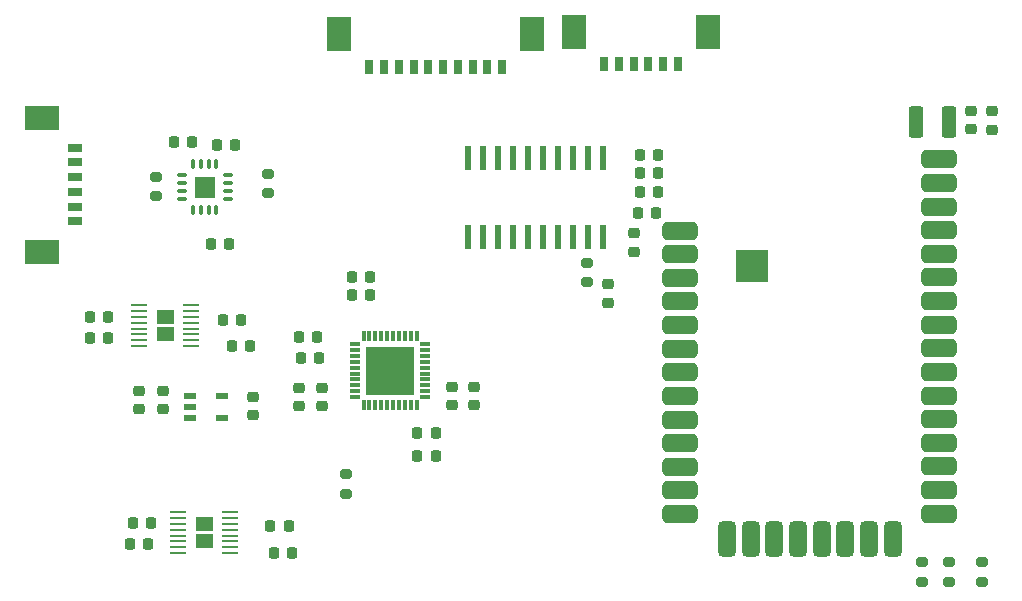
<source format=gtp>
%TF.GenerationSoftware,KiCad,Pcbnew,7.0.7*%
%TF.CreationDate,2024-08-03T11:40:47-04:00*%
%TF.ProjectId,mainbox1.0,6d61696e-626f-4783-912e-302e6b696361,rev?*%
%TF.SameCoordinates,Original*%
%TF.FileFunction,Paste,Top*%
%TF.FilePolarity,Positive*%
%FSLAX46Y46*%
G04 Gerber Fmt 4.6, Leading zero omitted, Abs format (unit mm)*
G04 Created by KiCad (PCBNEW 7.0.7) date 2024-08-03 11:40:47*
%MOMM*%
%LPD*%
G01*
G04 APERTURE LIST*
G04 Aperture macros list*
%AMRoundRect*
0 Rectangle with rounded corners*
0 $1 Rounding radius*
0 $2 $3 $4 $5 $6 $7 $8 $9 X,Y pos of 4 corners*
0 Add a 4 corners polygon primitive as box body*
4,1,4,$2,$3,$4,$5,$6,$7,$8,$9,$2,$3,0*
0 Add four circle primitives for the rounded corners*
1,1,$1+$1,$2,$3*
1,1,$1+$1,$4,$5*
1,1,$1+$1,$6,$7*
1,1,$1+$1,$8,$9*
0 Add four rect primitives between the rounded corners*
20,1,$1+$1,$2,$3,$4,$5,0*
20,1,$1+$1,$4,$5,$6,$7,0*
20,1,$1+$1,$6,$7,$8,$9,0*
20,1,$1+$1,$8,$9,$2,$3,0*%
G04 Aperture macros list end*
%ADD10C,0.010000*%
%ADD11RoundRect,0.100000X-1.295000X-1.295000X1.295000X-1.295000X1.295000X1.295000X-1.295000X1.295000X0*%
%ADD12RoundRect,0.380000X-1.120000X-0.380000X1.120000X-0.380000X1.120000X0.380000X-1.120000X0.380000X0*%
%ADD13RoundRect,0.380000X0.380000X-1.120000X0.380000X1.120000X-0.380000X1.120000X-0.380000X-1.120000X0*%
%ADD14RoundRect,0.225000X-0.225000X-0.250000X0.225000X-0.250000X0.225000X0.250000X-0.225000X0.250000X0*%
%ADD15RoundRect,0.040000X0.380000X0.120000X-0.380000X0.120000X-0.380000X-0.120000X0.380000X-0.120000X0*%
%ADD16RoundRect,0.040000X0.120000X0.380000X-0.120000X0.380000X-0.120000X-0.380000X0.120000X-0.380000X0*%
%ADD17RoundRect,0.200000X0.275000X-0.200000X0.275000X0.200000X-0.275000X0.200000X-0.275000X-0.200000X0*%
%ADD18RoundRect,0.250000X-0.375000X-1.075000X0.375000X-1.075000X0.375000X1.075000X-0.375000X1.075000X0*%
%ADD19R,1.003300X0.508000*%
%ADD20RoundRect,0.225000X0.225000X0.250000X-0.225000X0.250000X-0.225000X-0.250000X0.225000X-0.250000X0*%
%ADD21RoundRect,0.225000X0.250000X-0.225000X0.250000X0.225000X-0.250000X0.225000X-0.250000X-0.225000X0*%
%ADD22R,1.397000X0.279400*%
%ADD23RoundRect,0.218750X-0.256250X0.218750X-0.256250X-0.218750X0.256250X-0.218750X0.256250X0.218750X0*%
%ADD24RoundRect,0.225000X-0.250000X0.225000X-0.250000X-0.225000X0.250000X-0.225000X0.250000X0.225000X0*%
%ADD25R,0.850000X0.300000*%
%ADD26R,0.300000X0.850000*%
%ADD27R,4.050000X4.050000*%
%ADD28R,0.558800X2.159000*%
%ADD29RoundRect,0.200000X-0.275000X0.200000X-0.275000X-0.200000X0.275000X-0.200000X0.275000X0.200000X0*%
%ADD30R,2.100000X3.000000*%
%ADD31R,0.800000X1.300000*%
%ADD32R,3.000000X2.100000*%
%ADD33R,1.300000X0.800000*%
G04 APERTURE END LIST*
%TO.C,U5*%
D10*
X103182000Y-65336000D02*
X101542000Y-65336000D01*
X101542000Y-63696000D01*
X103182000Y-63696000D01*
X103182000Y-65336000D01*
G36*
X103182000Y-65336000D02*
G01*
X101542000Y-65336000D01*
X101542000Y-63696000D01*
X103182000Y-63696000D01*
X103182000Y-65336000D01*
G37*
%TO.C,U4*%
G36*
X103036700Y-93676800D02*
G01*
X101585700Y-93676800D01*
X101585700Y-92454400D01*
X103036700Y-92454400D01*
X103036700Y-93676800D01*
G37*
G36*
X103036700Y-95099200D02*
G01*
X101585700Y-95099200D01*
X101585700Y-93876800D01*
X103036700Y-93876800D01*
X103036700Y-95099200D01*
G37*
%TO.C,U3*%
G36*
X99734700Y-76150800D02*
G01*
X98283700Y-76150800D01*
X98283700Y-74928400D01*
X99734700Y-74928400D01*
X99734700Y-76150800D01*
G37*
G36*
X99734700Y-77573200D02*
G01*
X98283700Y-77573200D01*
X98283700Y-76350800D01*
X99734700Y-76350800D01*
X99734700Y-77573200D01*
G37*
%TD*%
D11*
%TO.C,IC2*%
X148690000Y-71170000D03*
D12*
X164495000Y-62175000D03*
X164495000Y-64175000D03*
X164495000Y-66175000D03*
X164495000Y-68175000D03*
X164495000Y-70175000D03*
X164495000Y-72175000D03*
X164495000Y-74175000D03*
X164495000Y-76175000D03*
X164495000Y-78175000D03*
X164495000Y-80175000D03*
X164495000Y-82175000D03*
X164495000Y-84175000D03*
X164495000Y-86175000D03*
X164495000Y-88175000D03*
X164495000Y-90175000D03*
X164495000Y-92175000D03*
D13*
X160595000Y-94285000D03*
X158595000Y-94285000D03*
X156595000Y-94285000D03*
X154595000Y-94285000D03*
X152595000Y-94285000D03*
X150595000Y-94285000D03*
X148595000Y-94285000D03*
X146595000Y-94285000D03*
D12*
X142635000Y-92205000D03*
X142635000Y-90205000D03*
X142635000Y-88205000D03*
X142635000Y-86205000D03*
X142635000Y-84205000D03*
X142635000Y-82205000D03*
X142635000Y-80205000D03*
X142635000Y-78205000D03*
X142635000Y-76205000D03*
X142635000Y-74205000D03*
X142635000Y-72205000D03*
X142635000Y-70205000D03*
X142635000Y-68205000D03*
%TD*%
D14*
%TO.C,C18*%
X96253000Y-92964000D03*
X97803000Y-92964000D03*
%TD*%
D15*
%TO.C,U5*%
X104307000Y-65491000D03*
X104307000Y-64841000D03*
X104307000Y-64191000D03*
X104307000Y-63541000D03*
D16*
X103337000Y-62571000D03*
X102687000Y-62571000D03*
X102037000Y-62571000D03*
X101387000Y-62571000D03*
D15*
X100417000Y-63541000D03*
X100417000Y-64191000D03*
X100417000Y-64841000D03*
X100417000Y-65491000D03*
D16*
X101387000Y-66461000D03*
X102037000Y-66461000D03*
X102687000Y-66461000D03*
X103337000Y-66461000D03*
%TD*%
D17*
%TO.C,R2*%
X134747000Y-72580000D03*
X134747000Y-70930000D03*
%TD*%
D18*
%TO.C,L1*%
X162604800Y-59004200D03*
X165404800Y-59004200D03*
%TD*%
D19*
%TO.C,U2*%
X101092000Y-82173998D03*
X101092000Y-83123999D03*
X101092000Y-84074000D03*
X103847900Y-84074000D03*
X103847900Y-82173998D03*
%TD*%
D14*
%TO.C,C15*%
X92646200Y-77266800D03*
X94196200Y-77266800D03*
%TD*%
%TO.C,C6*%
X114795000Y-73660000D03*
X116345000Y-73660000D03*
%TD*%
D17*
%TO.C,R1*%
X114300000Y-90487000D03*
X114300000Y-88837000D03*
%TD*%
D20*
%TO.C,C24*%
X101272000Y-60665000D03*
X99722000Y-60665000D03*
%TD*%
D14*
%TO.C,C17*%
X104635000Y-77978000D03*
X106185000Y-77978000D03*
%TD*%
D21*
%TO.C,C13*%
X98806000Y-83325000D03*
X98806000Y-81775000D03*
%TD*%
D17*
%TO.C,R8*%
X168148000Y-97916000D03*
X168148000Y-96266000D03*
%TD*%
D14*
%TO.C,C5*%
X114795000Y-72136000D03*
X116345000Y-72136000D03*
%TD*%
D22*
%TO.C,U4*%
X100126800Y-92026798D03*
X100126800Y-92526800D03*
X100126800Y-93026799D03*
X100126800Y-93526800D03*
X100126800Y-94026800D03*
X100126800Y-94526798D03*
X100126800Y-95026800D03*
X100126800Y-95526799D03*
X104495600Y-95526802D03*
X104495600Y-95026800D03*
X104495600Y-94526801D03*
X104495600Y-94026800D03*
X104495600Y-93526800D03*
X104495600Y-93026802D03*
X104495600Y-92526800D03*
X104495600Y-92026801D03*
%TD*%
D20*
%TO.C,C29*%
X140729000Y-63296800D03*
X139179000Y-63296800D03*
%TD*%
D23*
%TO.C,D1*%
X138709400Y-68402100D03*
X138709400Y-69977100D03*
%TD*%
D17*
%TO.C,R10*%
X165354000Y-97916000D03*
X165354000Y-96266000D03*
%TD*%
D24*
%TO.C,C26*%
X169037000Y-58102200D03*
X169037000Y-59652200D03*
%TD*%
D21*
%TO.C,C16*%
X106426000Y-83833000D03*
X106426000Y-82283000D03*
%TD*%
%TO.C,C2*%
X110344000Y-83071000D03*
X110344000Y-81521000D03*
%TD*%
%TO.C,C11*%
X136525000Y-74295000D03*
X136525000Y-72745000D03*
%TD*%
D14*
%TO.C,C14*%
X92659200Y-75488800D03*
X94209200Y-75488800D03*
%TD*%
D20*
%TO.C,C28*%
X140754400Y-61798200D03*
X139204400Y-61798200D03*
%TD*%
D24*
%TO.C,C10*%
X125199200Y-81415800D03*
X125199200Y-82965800D03*
%TD*%
D14*
%TO.C,C19*%
X95999000Y-94742000D03*
X97549000Y-94742000D03*
%TD*%
%TO.C,C21*%
X108191000Y-95504000D03*
X109741000Y-95504000D03*
%TD*%
D24*
%TO.C,C27*%
X167233600Y-58076800D03*
X167233600Y-59626800D03*
%TD*%
D17*
%TO.C,R4*%
X98211000Y-65300000D03*
X98211000Y-63650000D03*
%TD*%
D20*
%TO.C,C22*%
X109474000Y-93218000D03*
X107924000Y-93218000D03*
%TD*%
D14*
%TO.C,C3*%
X110477000Y-78994000D03*
X112027000Y-78994000D03*
%TD*%
D20*
%TO.C,C31*%
X140576600Y-66725800D03*
X139026600Y-66725800D03*
%TD*%
D25*
%TO.C,IC1*%
X115109200Y-77810800D03*
X115109200Y-78310800D03*
X115109200Y-78810800D03*
X115109200Y-79310800D03*
X115109200Y-79810800D03*
X115109200Y-80310800D03*
X115109200Y-80810800D03*
X115109200Y-81310800D03*
X115109200Y-81810800D03*
X115109200Y-82310800D03*
D26*
X115809200Y-83010800D03*
X116309200Y-83010800D03*
X116809200Y-83010800D03*
X117309200Y-83010800D03*
X117809200Y-83010800D03*
X118309200Y-83010800D03*
X118809200Y-83010800D03*
X119309200Y-83010800D03*
X119809200Y-83010800D03*
X120309200Y-83010800D03*
D25*
X121009200Y-82310800D03*
X121009200Y-81810800D03*
X121009200Y-81310800D03*
X121009200Y-80810800D03*
X121009200Y-80310800D03*
X121009200Y-79810800D03*
X121009200Y-79310800D03*
X121009200Y-78810800D03*
X121009200Y-78310800D03*
X121009200Y-77810800D03*
D26*
X120309200Y-77110800D03*
X119809200Y-77110800D03*
X119309200Y-77110800D03*
X118809200Y-77110800D03*
X118309200Y-77110800D03*
X117809200Y-77110800D03*
X117309200Y-77110800D03*
X116809200Y-77110800D03*
X116309200Y-77110800D03*
X115809200Y-77110800D03*
D27*
X118059200Y-80060800D03*
%TD*%
D24*
%TO.C,C9*%
X123294200Y-81415800D03*
X123294200Y-82965800D03*
%TD*%
D14*
%TO.C,C1*%
X110352000Y-77216000D03*
X111902000Y-77216000D03*
%TD*%
%TO.C,C25*%
X102857000Y-69342000D03*
X104407000Y-69342000D03*
%TD*%
D28*
%TO.C,U1*%
X136118600Y-62026800D03*
X134848600Y-62026800D03*
X133578600Y-62026800D03*
X132308600Y-62026800D03*
X131038600Y-62026800D03*
X129768600Y-62026800D03*
X128498600Y-62026800D03*
X127228600Y-62026800D03*
X125958600Y-62026800D03*
X124688600Y-62026800D03*
X124688600Y-68783200D03*
X125958600Y-68783200D03*
X127228600Y-68783200D03*
X128498600Y-68783200D03*
X129768600Y-68783200D03*
X131038600Y-68783200D03*
X132308600Y-68783200D03*
X133578600Y-68783200D03*
X134848600Y-68783200D03*
X136118600Y-68783200D03*
%TD*%
D20*
%TO.C,C20*%
X105423000Y-75742800D03*
X103873000Y-75742800D03*
%TD*%
D14*
%TO.C,C23*%
X103365000Y-60960000D03*
X104915000Y-60960000D03*
%TD*%
D22*
%TO.C,U3*%
X96824800Y-74500798D03*
X96824800Y-75000800D03*
X96824800Y-75500799D03*
X96824800Y-76000800D03*
X96824800Y-76500800D03*
X96824800Y-77000798D03*
X96824800Y-77500800D03*
X96824800Y-78000799D03*
X101193600Y-78000802D03*
X101193600Y-77500800D03*
X101193600Y-77000801D03*
X101193600Y-76500800D03*
X101193600Y-76000800D03*
X101193600Y-75500802D03*
X101193600Y-75000800D03*
X101193600Y-74500801D03*
%TD*%
D21*
%TO.C,C4*%
X112249000Y-83071000D03*
X112249000Y-81521000D03*
%TD*%
D29*
%TO.C,R3*%
X107696000Y-63396000D03*
X107696000Y-65046000D03*
%TD*%
D20*
%TO.C,C30*%
X140779800Y-64947800D03*
X139229800Y-64947800D03*
%TD*%
D21*
%TO.C,C12*%
X96774000Y-83325000D03*
X96774000Y-81775000D03*
%TD*%
D30*
%TO.C,J3*%
X130095000Y-51578000D03*
X113745000Y-51578000D03*
D31*
X116295000Y-54328000D03*
X117545000Y-54328000D03*
X118795000Y-54328000D03*
X120045000Y-54328000D03*
X121295000Y-54328000D03*
X122545000Y-54328000D03*
X123795000Y-54328000D03*
X125045000Y-54328000D03*
X126295000Y-54328000D03*
X127545000Y-54328000D03*
%TD*%
D20*
%TO.C,C7*%
X121910200Y-85365800D03*
X120360200Y-85365800D03*
%TD*%
D29*
%TO.C,R9*%
X163068000Y-96304600D03*
X163068000Y-97954600D03*
%TD*%
D20*
%TO.C,C8*%
X121910200Y-87270800D03*
X120360200Y-87270800D03*
%TD*%
D30*
%TO.C,J2*%
X133618600Y-51390100D03*
X144968600Y-51390100D03*
D31*
X136168600Y-54140100D03*
X137418600Y-54140100D03*
X138668600Y-54140100D03*
X139918600Y-54140100D03*
X141168600Y-54140100D03*
X142418600Y-54140100D03*
%TD*%
D32*
%TO.C,J1*%
X88588400Y-69983200D03*
X88588400Y-58633200D03*
D33*
X91338400Y-67433200D03*
X91338400Y-66183200D03*
X91338400Y-64933200D03*
X91338400Y-63683200D03*
X91338400Y-62433200D03*
X91338400Y-61183200D03*
%TD*%
M02*

</source>
